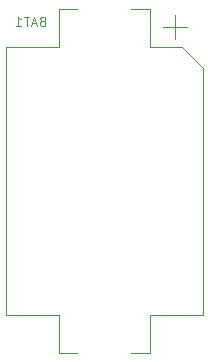
<source format=gbr>
G04 #@! TF.GenerationSoftware,KiCad,Pcbnew,5.1.5*
G04 #@! TF.CreationDate,2020-01-23T21:18:07+01:00*
G04 #@! TF.ProjectId,LORA_ATTINY84,4c4f5241-5f41-4545-9449-4e5938342e6b,rev?*
G04 #@! TF.SameCoordinates,Original*
G04 #@! TF.FileFunction,Legend,Bot*
G04 #@! TF.FilePolarity,Positive*
%FSLAX46Y46*%
G04 Gerber Fmt 4.6, Leading zero omitted, Abs format (unit mm)*
G04 Created by KiCad (PCBNEW 5.1.5) date 2020-01-23 21:18:07*
%MOMM*%
%LPD*%
G04 APERTURE LIST*
%ADD10C,0.120000*%
%ADD11C,0.100000*%
G04 APERTURE END LIST*
D10*
X80913600Y-74240400D02*
X80913600Y-77440400D01*
X80913600Y-77440400D02*
X79363600Y-77440400D01*
X85413600Y-74240400D02*
X80913600Y-74240400D01*
X85413600Y-74240400D02*
X85413600Y-53340400D01*
X83613600Y-51540400D02*
X80913600Y-51540400D01*
X85413600Y-53340400D02*
X83613600Y-51540400D01*
X80913600Y-51540400D02*
X80913600Y-48340400D01*
X80913600Y-48340400D02*
X79363600Y-48340400D01*
X73213600Y-51540400D02*
X73213600Y-48340400D01*
X73213600Y-48340400D02*
X74763600Y-48340400D01*
X73213600Y-74240400D02*
X73213600Y-77440400D01*
X73213600Y-77440400D02*
X74763600Y-77440400D01*
X68713600Y-51540400D02*
X68713600Y-74240400D01*
X68713600Y-51540400D02*
X73213600Y-51540400D01*
X68713600Y-74240400D02*
X73213600Y-74240400D01*
X82063600Y-49890400D02*
X84063600Y-49890400D01*
X83063600Y-50890400D02*
X83063600Y-48890400D01*
D11*
X71812028Y-49371257D02*
X71697742Y-49409352D01*
X71659647Y-49447447D01*
X71621552Y-49523638D01*
X71621552Y-49637923D01*
X71659647Y-49714114D01*
X71697742Y-49752209D01*
X71773933Y-49790304D01*
X72078695Y-49790304D01*
X72078695Y-48990304D01*
X71812028Y-48990304D01*
X71735838Y-49028400D01*
X71697742Y-49066495D01*
X71659647Y-49142685D01*
X71659647Y-49218876D01*
X71697742Y-49295066D01*
X71735838Y-49333161D01*
X71812028Y-49371257D01*
X72078695Y-49371257D01*
X71316790Y-49561733D02*
X70935838Y-49561733D01*
X71392980Y-49790304D02*
X71126314Y-48990304D01*
X70859647Y-49790304D01*
X70707266Y-48990304D02*
X70250123Y-48990304D01*
X70478695Y-49790304D02*
X70478695Y-48990304D01*
X69564409Y-49790304D02*
X70021552Y-49790304D01*
X69792980Y-49790304D02*
X69792980Y-48990304D01*
X69869171Y-49104590D01*
X69945361Y-49180780D01*
X70021552Y-49218876D01*
M02*

</source>
